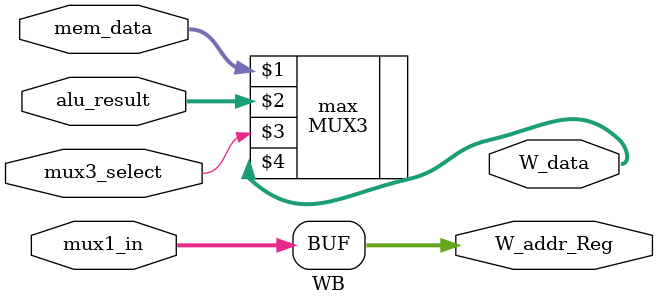
<source format=v>
module WB(mux3_select, mem_data, alu_result, mux1_in, W_data, W_addr_Reg);
    input mux3_select;
    input [3:0]mux1_in;
    input [7:0] mem_data;
    input [7:0] alu_result;

    output [7:0]W_data;
    output [3:0]W_addr_Reg;
    assign W_addr_Reg = mux1_in;
    MUX3 max(mem_data, alu_result, mux3_select, W_data);
    
endmodule

</source>
